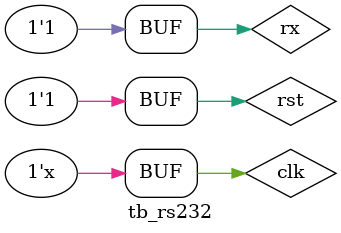
<source format=sv>
`timescale 1ns / 1ps

module tb_rs232 ();

    logic clk; // The master clock for this module
    logic rst; // Synchronous reset.
    logic rx; // Incoming serial line
    logic tx; // Outgoing serial line
    logic transmit; // Signal to transmit
    logic [7:0] tx_byte; // Byte to transmit
    logic received; // Indicated that a byte has been received.
    logic [7:0] rx_byte; // Byte received
    logic is_receiving; // Low when receive line is idle.
    logic is_transmitting; // Low when transmit line is idle.
    logic recv_error; // Indicates error in receiving packet.

    design_top i_design_top(
        .clk(clk),
        .rst_n(rst),
        .rx(rx),
        .tx(tx),
        .transmit(transmit),
        .tx_byte(tx_byte),
        .received(received),
        .rx_byte(rx_byte),
        .is_receiving(is_receiving),
        .is_transmitting(is_transmitting),
        .recv_error(recv_error)
    );

    always #10ns clk = ~clk;

    always @(posedge clk) begin
	transmit = received;
        if (transmit) begin
            tx_byte <= rx_byte;
        end
    end    

//  1/9600~=104us
    initial begin
        clk = 1'b1;
        rst = 1'b0;
        #5ns;
        rst = 1'b1;
        #15ns;
        rx = 1'b0; //start bit
        #104us;
        rx = 1'b1; //1. data bit
        #104us;
        rx = 1'b0; //2. data bit
        #104us;
        rx = 1'b1; //3. data bit
        #104us;
        rx = 1'b0; //4. data bit
        #104us;
        rx = 1'b1; //5. data bit
        #104us;
        rx = 1'b0; //6. data bit
        #104us;
        rx = 1'b1; //7. data bit
        #104us;
        rx = 1'b0; //8. data bit
        #104us;
        rx = 1'b1; //stop bit
    end

endmodule

</source>
